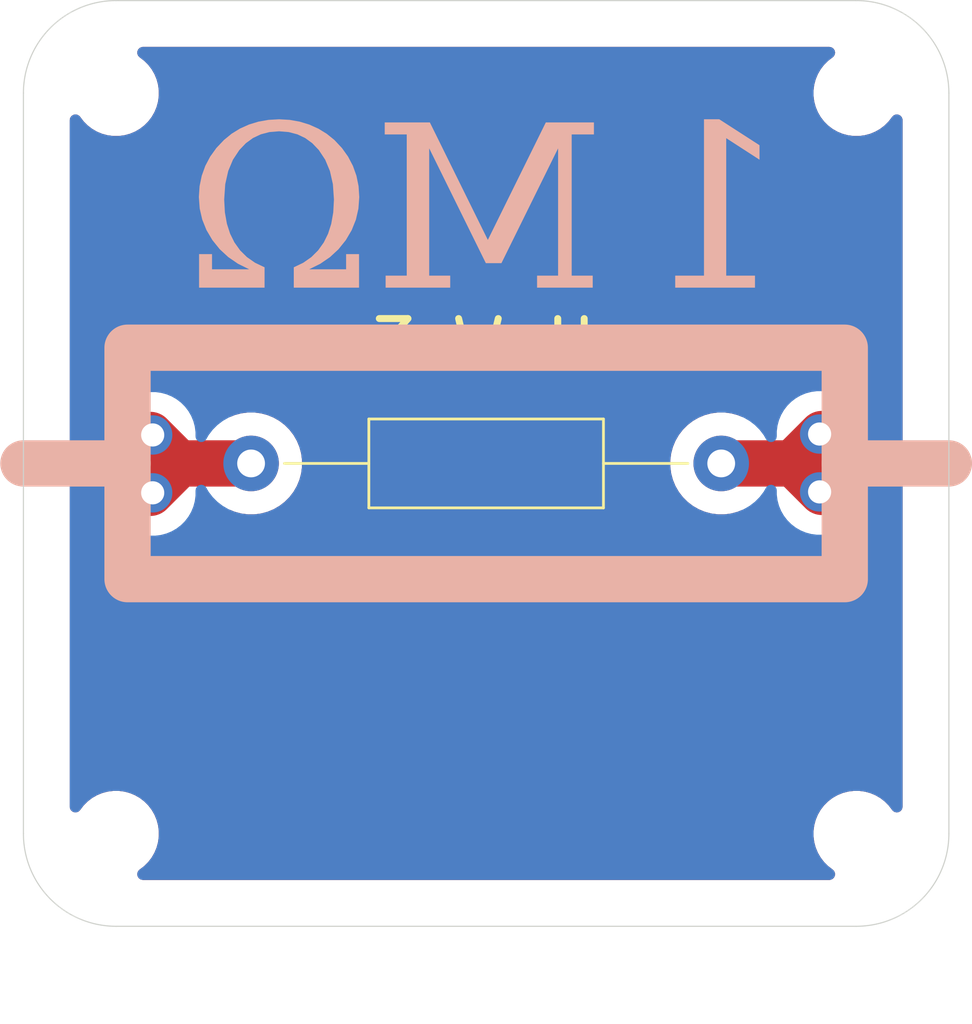
<source format=kicad_pcb>
(kicad_pcb (version 20241229) (generator "pcbnew") (generator_version "9.0")
  (title_block (date "2025-03-07"))
  (layers (0 "F.Cu" signal) (2 "B.Cu" signal) (13 "F.Paste" user) (15 "B.Paste" user) (5 "F.SilkS" user "F.Silkscreen") (7 "B.SilkS" user "B.Silkscreen") (1 "F.Mask" user) (3 "B.Mask" user) (25 "Edge.Cuts" user))
  (net 0 "")
  (net 1 "NordSued")
  (net 2 "Net-(J1-Pin_1)")
  (footprint "MountingHole:MountingHole_3.2mm_M3" (layer "F.Cu") (at 48.5 48.5 -90)
    (property "Reference" "H3" (hide yes))
    (property "Value" "MH M3")
    (pad "" np_thru_hole circle (at 0 0 270) (size 3.2 3.2) (drill 3.2) (layers "*.Cu" "*.Mask"))
  )
  (footprint "MountingHole:MountingHole_3.2mm_M3" (layer "F.Cu") (at 48.5 16.5 -90)
    (property "Reference" "H1" (hide yes))
    (property "Value" "MH M3")
    (pad "" np_thru_hole circle (at 0 0 270) (size 3.2 3.2) (drill 3.2) (layers "*.Cu" "*.Mask"))
  )
  (footprint "MountingHole:MountingHole_3.2mm_M3" (layer "F.Cu") (at 16.5 48.5 -90)
    (property "Reference" "H4" (hide yes))
    (property "Value" "MH M3")
    (pad "" np_thru_hole circle (at 0 0 270) (size 3.2 3.2) (drill 3.2) (layers "*.Cu" "*.Mask"))
  )
  (footprint "Resistor_THT:R_Axial_DIN0411_L9.9mm_D3.6mm_P20.32mm_Horizontal" (layer "F.Cu") (at 42.66 32.5 180)
    (property "Reference" "R1" (hide yes))
    (property "Value" "R")
    (fp_line (start 18.88 0) (end 15.23 0) (stroke (width 0.12)) (layer "F.SilkS"))
    (fp_line (start 15.23 1.92) (end 15.23 -1.92) (stroke (width 0.12)) (layer "F.SilkS"))
    (fp_line (start 15.23 -1.92) (end 5.09 -1.92) (stroke (width 0.12)) (layer "F.SilkS"))
    (fp_line (start 5.09 1.92) (end 15.23 1.92) (stroke (width 0.12)) (layer "F.SilkS"))
    (fp_line (start 5.09 -1.92) (end 5.09 1.92) (stroke (width 0.12)) (layer "F.SilkS"))
    (fp_line (start 1.44 0) (end 5.09 0) (stroke (width 0.12)) (layer "F.SilkS"))
    (pad "1" thru_hole circle (at 0 0 180) (size 2.4 2.4) (drill 1.2) (layers "*.Cu" "*.Mask") (net 2 "Net-(J1-Pin_1)"))
    (pad "2" thru_hole oval (at 20.32 0 180) (size 2.4 2.4) (drill 1.2) (layers "*.Cu" "*.Mask") (net 1 "NordSued"))
  )
  (footprint "EASYEDA2KICAD:Magentic_Connector_1x02_P2.5mm_Horizontal" (layer "F.Cu") (at 17.9875 32.5 180)
    (property "Reference" "J5" (hide yes))
    (property "Value" "Conn_01x02_Pin")
    (pad "1" thru_hole circle (at -0.1 -1.27 180) (size 1.7 1.7) (drill 1) (layers "*.Cu" "*.Mask") (net 1 "NordSued"))
    (pad "2" thru_hole oval (at -0.1 1.23 180) (size 1.7 1.7) (drill 1) (layers "*.Cu" "*.Mask") (net 1 "NordSued"))
  )
  (footprint "MountingHole:MountingHole_3.2mm_M3" (layer "F.Cu") (at 16.5 16.5 -90)
    (property "Reference" "H2" (hide yes))
    (property "Value" "MH M3")
    (pad "" np_thru_hole circle (at 0 0 270) (size 3.2 3.2) (drill 3.2) (layers "*.Cu" "*.Mask"))
  )
  (footprint "EASYEDA2KICAD:Magentic_Connector_1x02_P2.5mm_Horizontal" (layer "F.Cu") (at 47.0125 32.5)
    (property "Reference" "J1" (hide yes))
    (property "Value" "Conn_01x02_Pin")
    (pad "1" thru_hole circle (at -0.1 -1.27) (size 1.7 1.7) (drill 1) (layers "*.Cu" "*.Mask") (net 2 "Net-(J1-Pin_1)"))
    (pad "2" thru_hole oval (at -0.1 1.23) (size 1.7 1.7) (drill 1) (layers "*.Cu" "*.Mask") (net 2 "Net-(J1-Pin_1)"))
  )
  (gr_line (start 17 32.5) (end 12.5 32.5) (stroke (width 2)) (layer "B.SilkS"))
  (gr_line (start 52.5 32.5) (end 48 32.5) (stroke (width 2)) (layer "B.SilkS"))
  (gr_rect (start 17 27.5) (end 48 37.5) (stroke (width 2)) (fill no) (layer "B.SilkS"))
  (gr_arc (start 52.5 48.5) (mid 51.328427 51.328427) (end 48.5 52.5) (stroke (width 0.05)) (layer "Edge.Cuts"))
  (gr_arc (start 16.5 52.5) (mid 13.671573 51.328427) (end 12.5 48.5) (stroke (width 0.05)) (layer "Edge.Cuts"))
  (gr_line (start 48.5 12.5) (end 16.5 12.5) (stroke (width 0.05)) (layer "Edge.Cuts"))
  (gr_line (start 52.5 48.5) (end 52.5 16.5) (stroke (width 0.05)) (layer "Edge.Cuts"))
  (gr_line (start 16.5 52.5) (end 48.5 52.5) (stroke (width 0.05)) (layer "Edge.Cuts"))
  (gr_arc (start 12.5 16.5) (mid 13.671573 13.671573) (end 16.5 12.5) (stroke (width 0.05)) (layer "Edge.Cuts"))
  (gr_arc (start 48.5 12.5) (mid 51.328427 13.671573) (end 52.5 16.5) (stroke (width 0.05)) (layer "Edge.Cuts"))
  (gr_line (start 12.5 16.5) (end 12.5 48.5) (stroke (width 0.05)) (layer "Edge.Cuts"))
  (gr_text "3 Watt" (at 32.5 28.5 0) (layer "F.SilkS") (effects (font (size 2 2) (thickness 0.3)) (justify bottom)))
  (gr_text "1 MΩ" (at 32.5 22 0) (layer "B.SilkS") (effects (font (size 7 7) (thickness 0.1)) (justify mirror)))
  (segment (start 17.9875 33.77) (end 19.2575 32.5) (width 2) (layer "F.Cu") (net 1))
  (segment (start 19.2575 32.5) (end 22.34 32.5) (width 2) (layer "F.Cu") (net 1))
  (segment (start 19.2175 32.5) (end 17.9875 31.27) (width 2) (layer "F.Cu") (net 1))
  (segment (start 45.7425 32.5) (end 47.0125 31.23) (width 2) (layer "F.Cu") (net 2))
  (segment (start 42.66 32.5) (end 45.7425 32.5) (width 2) (layer "F.Cu") (net 2))
  (segment (start 45.7825 32.5) (end 47.0125 33.73) (width 2) (layer "F.Cu") (net 2))
  (segment (start 45.7425 32.5) (end 45.7825 32.5) (width 2) (layer "F.Cu") (net 2))
  (zone (net 0) (net_name "") (layers "F.Cu" "B.Cu") (connect_pads (clearance 1)) (min_thickness 0.5) (fill yes (thermal_gap 0.5) (thermal_bridge_width 0.5) (island_removal_mode 1) (island_area_min 10))
    (polygon (pts (xy 52.5 12.5) (xy 12.5 12.5) (xy 12.5 52.5) (xy 52.5 52.5)))
  )
)
</source>
